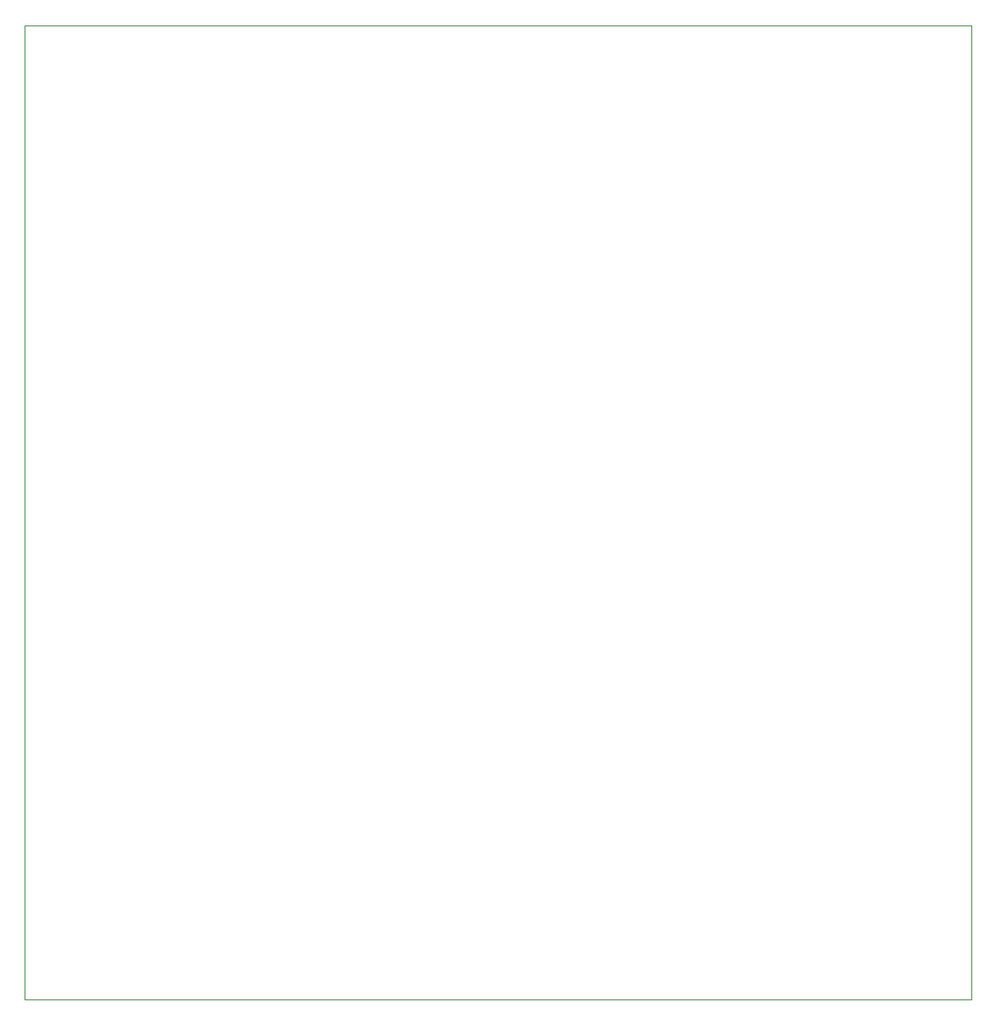
<source format=gbr>
%TF.GenerationSoftware,KiCad,Pcbnew,7.0.5*%
%TF.CreationDate,2023-06-09T17:15:13+02:00*%
%TF.ProjectId,Sorbus-backplane,536f7262-7573-42d6-9261-636b706c616e,rev?*%
%TF.SameCoordinates,Original*%
%TF.FileFunction,Profile,NP*%
%FSLAX46Y46*%
G04 Gerber Fmt 4.6, Leading zero omitted, Abs format (unit mm)*
G04 Created by KiCad (PCBNEW 7.0.5) date 2023-06-09 17:15:13*
%MOMM*%
%LPD*%
G01*
G04 APERTURE LIST*
%TA.AperFunction,Profile*%
%ADD10C,0.100000*%
%TD*%
G04 APERTURE END LIST*
D10*
X160020000Y-134620000D02*
X160020000Y-40640000D01*
X68580000Y-134620000D02*
X160020000Y-134620000D01*
X68580000Y-40640000D02*
X68580000Y-134620000D01*
X160020000Y-40640000D02*
X68580000Y-40640000D01*
M02*

</source>
